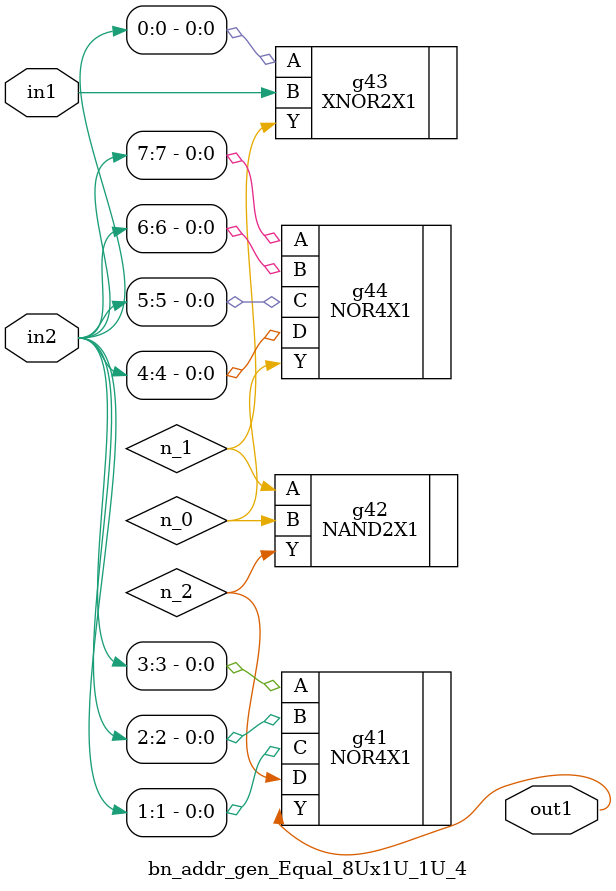
<source format=v>
`timescale 1ps / 1ps


module bn_addr_gen_Equal_8Ux1U_1U_4(in2, in1, out1);
  input [7:0] in2;
  input in1;
  output out1;
  wire [7:0] in2;
  wire in1;
  wire out1;
  wire n_0, n_1, n_2;
  NOR4X1 g41(.A (in2[3]), .B (in2[2]), .C (in2[1]), .D (n_2), .Y
       (out1));
  NAND2X1 g42(.A (n_1), .B (n_0), .Y (n_2));
  XNOR2X1 g43(.A (in2[0]), .B (in1), .Y (n_1));
  NOR4X1 g44(.A (in2[7]), .B (in2[6]), .C (in2[5]), .D (in2[4]), .Y
       (n_0));
endmodule



</source>
